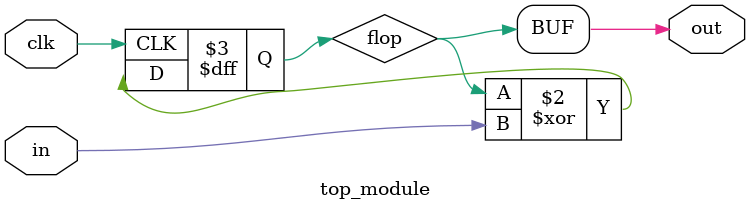
<source format=sv>
module top_module (
	input clk,
	input in,
	output logic out
);

// Declare a flip-flop signal
logic flop;

// Sequential process triggered by posedge of clk
always_ff @(posedge clk)
    flop <= flop ^ in;

// Assign flop to out
assign out = flop;

endmodule

</source>
